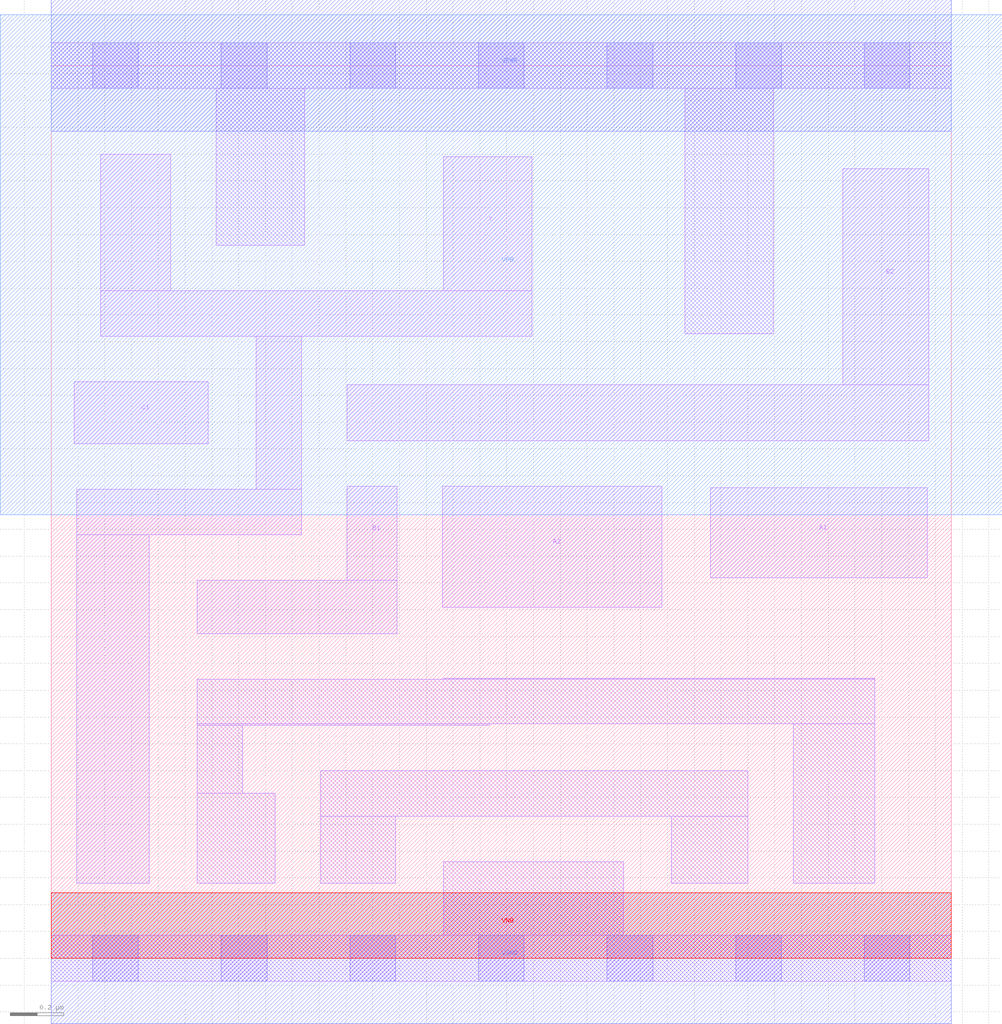
<source format=lef>
# Copyright 2020 The SkyWater PDK Authors
#
# Licensed under the Apache License, Version 2.0 (the "License");
# you may not use this file except in compliance with the License.
# You may obtain a copy of the License at
#
#     https://www.apache.org/licenses/LICENSE-2.0
#
# Unless required by applicable law or agreed to in writing, software
# distributed under the License is distributed on an "AS IS" BASIS,
# WITHOUT WARRANTIES OR CONDITIONS OF ANY KIND, either express or implied.
# See the License for the specific language governing permissions and
# limitations under the License.
#
# SPDX-License-Identifier: Apache-2.0

VERSION 5.7 ;
  NOWIREEXTENSIONATPIN ON ;
  DIVIDERCHAR "/" ;
  BUSBITCHARS "[]" ;
MACRO sky130_fd_sc_lp__o221ai_0
  CLASS CORE ;
  FOREIGN sky130_fd_sc_lp__o221ai_0 ;
  ORIGIN  0.000000  0.000000 ;
  SIZE  3.360000 BY  3.330000 ;
  SYMMETRY X Y R90 ;
  SITE unit ;
  PIN A1
    ANTENNAGATEAREA  0.159000 ;
    DIRECTION INPUT ;
    USE SIGNAL ;
    PORT
      LAYER li1 ;
        RECT 2.460000 1.420000 3.270000 1.755000 ;
    END
  END A1
  PIN A2
    ANTENNAGATEAREA  0.159000 ;
    DIRECTION INPUT ;
    USE SIGNAL ;
    PORT
      LAYER li1 ;
        RECT 1.460000 1.310000 2.280000 1.760000 ;
    END
  END A2
  PIN B1
    ANTENNAGATEAREA  0.159000 ;
    DIRECTION INPUT ;
    USE SIGNAL ;
    PORT
      LAYER li1 ;
        RECT 0.545000 1.210000 1.290000 1.410000 ;
        RECT 1.105000 1.410000 1.290000 1.760000 ;
    END
  END B1
  PIN B2
    ANTENNAGATEAREA  0.159000 ;
    DIRECTION INPUT ;
    USE SIGNAL ;
    PORT
      LAYER li1 ;
        RECT 1.105000 1.930000 3.275000 2.140000 ;
        RECT 2.955000 2.140000 3.275000 2.945000 ;
    END
  END B2
  PIN C1
    ANTENNAGATEAREA  0.159000 ;
    DIRECTION INPUT ;
    USE SIGNAL ;
    PORT
      LAYER li1 ;
        RECT 0.085000 1.920000 0.585000 2.150000 ;
    END
  END C1
  PIN Y
    ANTENNADIFFAREA  0.530500 ;
    DIRECTION OUTPUT ;
    USE SIGNAL ;
    PORT
      LAYER li1 ;
        RECT 0.095000 0.280000 0.365000 1.580000 ;
        RECT 0.095000 1.580000 0.935000 1.750000 ;
        RECT 0.185000 2.320000 1.795000 2.490000 ;
        RECT 0.185000 2.490000 0.445000 3.000000 ;
        RECT 0.765000 1.750000 0.935000 2.320000 ;
        RECT 1.465000 2.490000 1.795000 2.990000 ;
    END
  END Y
  PIN VGND
    DIRECTION INOUT ;
    USE GROUND ;
    PORT
      LAYER met1 ;
        RECT 0.000000 -0.245000 3.360000 0.245000 ;
    END
  END VGND
  PIN VNB
    DIRECTION INOUT ;
    USE GROUND ;
    PORT
      LAYER pwell ;
        RECT 0.000000 0.000000 3.360000 0.245000 ;
    END
  END VNB
  PIN VPB
    DIRECTION INOUT ;
    USE POWER ;
    PORT
      LAYER nwell ;
        RECT -0.190000 1.655000 3.550000 3.520000 ;
    END
  END VPB
  PIN VPWR
    DIRECTION INOUT ;
    USE POWER ;
    PORT
      LAYER met1 ;
        RECT 0.000000 3.085000 3.360000 3.575000 ;
    END
  END VPWR
  OBS
    LAYER li1 ;
      RECT 0.000000 -0.085000 3.360000 0.085000 ;
      RECT 0.000000  3.245000 3.360000 3.415000 ;
      RECT 0.545000  0.280000 0.835000 0.615000 ;
      RECT 0.545000  0.615000 0.715000 0.870000 ;
      RECT 0.545000  0.870000 1.635000 0.875000 ;
      RECT 0.545000  0.875000 3.075000 1.040000 ;
      RECT 0.615000  2.660000 0.945000 3.245000 ;
      RECT 1.005000  0.280000 1.285000 0.530000 ;
      RECT 1.005000  0.530000 2.600000 0.700000 ;
      RECT 1.465000  0.085000 2.135000 0.360000 ;
      RECT 1.465000  1.040000 3.075000 1.045000 ;
      RECT 2.315000  0.280000 2.600000 0.530000 ;
      RECT 2.365000  2.330000 2.695000 3.245000 ;
      RECT 2.770000  0.280000 3.075000 0.875000 ;
    LAYER mcon ;
      RECT 0.155000 -0.085000 0.325000 0.085000 ;
      RECT 0.155000  3.245000 0.325000 3.415000 ;
      RECT 0.635000 -0.085000 0.805000 0.085000 ;
      RECT 0.635000  3.245000 0.805000 3.415000 ;
      RECT 1.115000 -0.085000 1.285000 0.085000 ;
      RECT 1.115000  3.245000 1.285000 3.415000 ;
      RECT 1.595000 -0.085000 1.765000 0.085000 ;
      RECT 1.595000  3.245000 1.765000 3.415000 ;
      RECT 2.075000 -0.085000 2.245000 0.085000 ;
      RECT 2.075000  3.245000 2.245000 3.415000 ;
      RECT 2.555000 -0.085000 2.725000 0.085000 ;
      RECT 2.555000  3.245000 2.725000 3.415000 ;
      RECT 3.035000 -0.085000 3.205000 0.085000 ;
      RECT 3.035000  3.245000 3.205000 3.415000 ;
  END
END sky130_fd_sc_lp__o221ai_0
END LIBRARY

</source>
